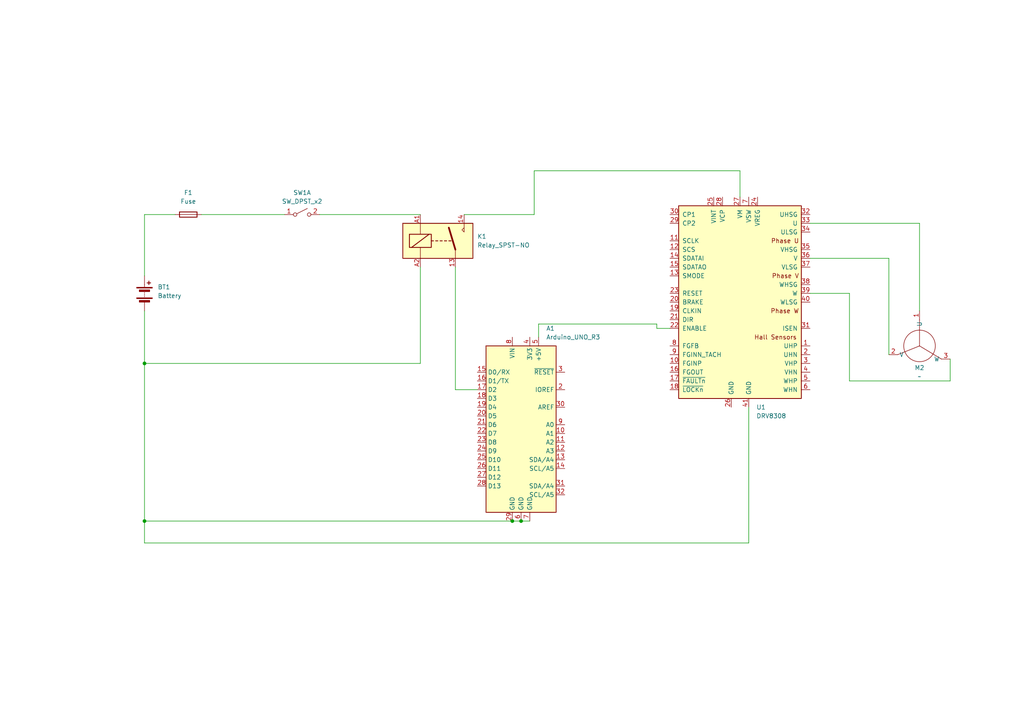
<source format=kicad_sch>
(kicad_sch (version 20231120) (generator "eeschema") (generator_version "8.0")
  (paper "A4")
  (lib_symbols
    (symbol "BLDC motor:BLDC"
      (property "Reference" "M" (at 0 -14.732 0))
      (symbol "BLDC_0_1"
        (circle (center 0 -7.62) (radius 4.5791))
        (polyline (pts (xy 0 -7.62) (xy -6.35 -10.16)))
        (polyline (pts (xy 0 -7.62) (xy 0 0)))
        (polyline (pts (xy 0 -7.62) (xy 6.35 -11.43)))
      )
      (symbol "BLDC_1_1"
        (pin power_out line (at 0 2.54 270) (length 2.54) (name "U") (number "1"))
        (pin power_out line (at -8.89 -10.16 0) (length 2.54) (name "V") (number "2"))
        (pin power_out line (at 8.89 -11.43 180) (length 2.54) (name "W") (number "3"))
      )
    )
    (symbol "Device:Battery" (pin_numbers hide) (pin_names (offset 0) hide)
      (property "Reference" "BT" (at 2.54 2.54 0))
      (property "Value" "Battery" (at 2.54 0 0))
      (symbol "Battery_0_1"
        (rectangle (start -2.286 -1.27) (end 2.286 -1.524) (fill (type outline)))
        (rectangle (start -2.286 1.778) (end 2.286 1.524) (fill (type outline)))
        (rectangle (start -1.524 -2.032) (end 1.524 -2.54) (fill (type outline)))
        (rectangle (start -1.524 1.016) (end 1.524 0.508) (fill (type outline)))
        (polyline (pts (xy 0 -1.016) (xy 0 -0.762)))
        (polyline (pts (xy 0 -0.508) (xy 0 -0.254)))
        (polyline (pts (xy 0 0) (xy 0 0.254)))
        (polyline (pts (xy 0 1.778) (xy 0 2.54)))
        (polyline (pts (xy 0.762 3.048) (xy 1.778 3.048)) (stroke (width 0.254)))
        (polyline (pts (xy 1.27 3.556) (xy 1.27 2.54)) (stroke (width 0.254)))
      )
      (symbol "Battery_1_1"
        (pin passive line (at 0 5.08 270) (length 2.54) (name "+") (number "1"))
        (pin passive line (at 0 -5.08 90) (length 2.54) (name "-") (number "2"))
      )
    )
    (symbol "Device:Fuse" (pin_numbers hide) (pin_names (offset 0))
      (property "Reference" "F" (at 2.032 0 90))
      (property "Value" "Fuse" (at -1.905 0 90))
      (symbol "Fuse_0_1"
        (rectangle (start -0.762 -2.54) (end 0.762 2.54) (stroke (width 0.254)))
        (polyline (pts (xy 0 2.54) (xy 0 -2.54)))
      )
      (symbol "Fuse_1_1"
        (pin passive line (at 0 3.81 270) (length 1.27) (name "~") (number "1"))
        (pin passive line (at 0 -3.81 90) (length 1.27) (name "~") (number "2"))
      )
    )
    (symbol "Driver_Motor:DRV8308" (pin_names (offset 1.016))
      (property "Reference" "U" (at -17.78 36.83 0))
      (property "Value" "DRV8308" (at -17.78 -21.59 0))
      (symbol "DRV8308_0_0"
        (text "Hall Sensors" (at 16.51 -2.54 0) (effects (font (size 1.27 1.27)) (justify right)))
        (text "Phase U" (at 17.145 25.4 0) (effects (font (size 1.27 1.27)) (justify right)))
        (text "Phase V" (at 17.145 15.24 0) (effects (font (size 1.27 1.27)) (justify right)))
        (text "Phase W" (at 17.145 5.08 0) (effects (font (size 1.27 1.27)) (justify right)))
      )
      (symbol "DRV8308_0_1"
        (rectangle (start -17.78 35.56) (end 17.78 -20.32) (stroke (width 0.254)) (fill (type background)))
      )
      (symbol "DRV8308_1_1"
        (pin input line (at 20.32 -5.08 180) (length 2.54) (name "UHP") (number "1"))
        (pin bidirectional line (at -20.32 -10.16 0) (length 2.54) (name "FGINP") (number "10"))
        (pin input line (at -20.32 25.4 0) (length 2.54) (name "SCLK") (number "11"))
        (pin input line (at -20.32 22.86 0) (length 2.54) (name "SCS") (number "12"))
        (pin input line (at -20.32 15.24 0) (length 2.54) (name "SMODE") (number "13"))
        (pin input line (at -20.32 20.32 0) (length 2.54) (name "SDATAI") (number "14"))
        (pin output line (at -20.32 17.78 0) (length 2.54) (name "SDATAO") (number "15"))
        (pin output line (at -20.32 -12.7 0) (length 2.54) (name "FGOUT") (number "16"))
        (pin output line (at -20.32 -15.24 0) (length 2.54) (name "~{FAULTn}") (number "17"))
        (pin output line (at -20.32 -17.78 0) (length 2.54) (name "~{LOCKn}") (number "18"))
        (pin input line (at -20.32 5.08 0) (length 2.54) (name "CLKIN") (number "19"))
        (pin input line (at 20.32 -7.62 180) (length 2.54) (name "UHN") (number "2"))
        (pin input line (at -20.32 7.62 0) (length 2.54) (name "BRAKE") (number "20"))
        (pin input line (at -20.32 2.54 0) (length 2.54) (name "DIR") (number "21"))
        (pin input line (at -20.32 0 0) (length 2.54) (name "ENABLE") (number "22"))
        (pin input line (at -20.32 10.16 0) (length 2.54) (name "RESET") (number "23"))
        (pin power_out line (at 5.08 38.1 270) (length 2.54) (name "VREG") (number "24"))
        (pin passive line (at -7.62 38.1 270) (length 2.54) (name "VINT") (number "25"))
        (pin power_in line (at -2.54 -22.86 90) (length 2.54) (name "GND") (number "26"))
        (pin power_in line (at 0 38.1 270) (length 2.54) (name "VM") (number "27"))
        (pin passive line (at -5.08 38.1 270) (length 2.54) (name "VCP") (number "28"))
        (pin passive line (at -20.32 30.48 0) (length 2.54) (name "CP2") (number "29"))
        (pin input line (at 20.32 -10.16 180) (length 2.54) (name "VHP") (number "3"))
        (pin passive line (at -20.32 33.02 0) (length 2.54) (name "CP1") (number "30"))
        (pin input line (at 20.32 0 180) (length 2.54) (name "ISEN") (number "31"))
        (pin output line (at 20.32 33.02 180) (length 2.54) (name "UHSG") (number "32"))
        (pin input line (at 20.32 30.48 180) (length 2.54) (name "U") (number "33"))
        (pin output line (at 20.32 27.94 180) (length 2.54) (name "ULSG") (number "34"))
        (pin output line (at 20.32 22.86 180) (length 2.54) (name "VHSG") (number "35"))
        (pin input line (at 20.32 20.32 180) (length 2.54) (name "V") (number "36"))
        (pin output line (at 20.32 17.78 180) (length 2.54) (name "VLSG") (number "37"))
        (pin output line (at 20.32 12.7 180) (length 2.54) (name "WHSG") (number "38"))
        (pin input line (at 20.32 10.16 180) (length 2.54) (name "W") (number "39"))
        (pin input line (at 20.32 -12.7 180) (length 2.54) (name "VHN") (number "4"))
        (pin output line (at 20.32 7.62 180) (length 2.54) (name "WLSG") (number "40"))
        (pin power_in line (at 2.54 -22.86 90) (length 2.54) (name "GND") (number "41"))
        (pin input line (at 20.32 -15.24 180) (length 2.54) (name "WHP") (number "5"))
        (pin input line (at 20.32 -17.78 180) (length 2.54) (name "WHN") (number "6"))
        (pin power_out line (at 2.54 38.1 270) (length 2.54) (name "VSW") (number "7"))
        (pin output line (at -20.32 -5.08 0) (length 2.54) (name "FGFB") (number "8"))
        (pin input line (at -20.32 -7.62 0) (length 2.54) (name "FGINN_TACH") (number "9"))
      )
    )
    (symbol "MCU_Module:Arduino_UNO_R3"
      (property "Reference" "A" (at -10.16 23.495 0))
      (property "Value" "Arduino_UNO_R3" (at 5.08 -26.67 0))
      (symbol "Arduino_UNO_R3_0_1"
        (rectangle (start -10.16 22.86) (end 10.16 -25.4) (stroke (width 0.254)) (fill (type background)))
      )
      (symbol "Arduino_UNO_R3_1_1"
        (pin no_connect line (at -10.16 -20.32 0) (length 2.54) hide (name "NC") (number "1"))
        (pin bidirectional line (at 12.7 -2.54 180) (length 2.54) (name "A1") (number "10"))
        (pin bidirectional line (at 12.7 -5.08 180) (length 2.54) (name "A2") (number "11"))
        (pin bidirectional line (at 12.7 -7.62 180) (length 2.54) (name "A3") (number "12"))
        (pin bidirectional line (at 12.7 -10.16 180) (length 2.54) (name "SDA/A4") (number "13"))
        (pin bidirectional line (at 12.7 -12.7 180) (length 2.54) (name "SCL/A5") (number "14"))
        (pin bidirectional line (at -12.7 15.24 0) (length 2.54) (name "D0/RX") (number "15"))
        (pin bidirectional line (at -12.7 12.7 0) (length 2.54) (name "D1/TX") (number "16"))
        (pin bidirectional line (at -12.7 10.16 0) (length 2.54) (name "D2") (number "17"))
        (pin bidirectional line (at -12.7 7.62 0) (length 2.54) (name "D3") (number "18"))
        (pin bidirectional line (at -12.7 5.08 0) (length 2.54) (name "D4") (number "19"))
        (pin output line (at 12.7 10.16 180) (length 2.54) (name "IOREF") (number "2"))
        (pin bidirectional line (at -12.7 2.54 0) (length 2.54) (name "D5") (number "20"))
        (pin bidirectional line (at -12.7 0 0) (length 2.54) (name "D6") (number "21"))
        (pin bidirectional line (at -12.7 -2.54 0) (length 2.54) (name "D7") (number "22"))
        (pin bidirectional line (at -12.7 -5.08 0) (length 2.54) (name "D8") (number "23"))
        (pin bidirectional line (at -12.7 -7.62 0) (length 2.54) (name "D9") (number "24"))
        (pin bidirectional line (at -12.7 -10.16 0) (length 2.54) (name "D10") (number "25"))
        (pin bidirectional line (at -12.7 -12.7 0) (length 2.54) (name "D11") (number "26"))
        (pin bidirectional line (at -12.7 -15.24 0) (length 2.54) (name "D12") (number "27"))
        (pin bidirectional line (at -12.7 -17.78 0) (length 2.54) (name "D13") (number "28"))
        (pin power_in line (at -2.54 -27.94 90) (length 2.54) (name "GND") (number "29"))
        (pin input line (at 12.7 15.24 180) (length 2.54) (name "~{RESET}") (number "3"))
        (pin input line (at 12.7 5.08 180) (length 2.54) (name "AREF") (number "30"))
        (pin bidirectional line (at 12.7 -17.78 180) (length 2.54) (name "SDA/A4") (number "31"))
        (pin bidirectional line (at 12.7 -20.32 180) (length 2.54) (name "SCL/A5") (number "32"))
        (pin power_out line (at 2.54 25.4 270) (length 2.54) (name "3V3") (number "4"))
        (pin power_out line (at 5.08 25.4 270) (length 2.54) (name "+5V") (number "5"))
        (pin power_in line (at 0 -27.94 90) (length 2.54) (name "GND") (number "6"))
        (pin power_in line (at 2.54 -27.94 90) (length 2.54) (name "GND") (number "7"))
        (pin power_in line (at -2.54 25.4 270) (length 2.54) (name "VIN") (number "8"))
        (pin bidirectional line (at 12.7 0 180) (length 2.54) (name "A0") (number "9"))
      )
    )
    (symbol "Relay:Relay_SPST-NO"
      (property "Reference" "K" (at 11.43 3.81 0))
      (property "Value" "Relay_SPST-NO" (at 11.43 1.27 0))
      (symbol "Relay_SPST-NO_0_0"
        (polyline (pts (xy 7.62 5.08) (xy 7.62 2.54) (xy 6.985 3.175) (xy 7.62 3.81)))
      )
      (symbol "Relay_SPST-NO_0_1"
        (rectangle (start -10.16 5.08) (end 10.16 -5.08) (stroke (width 0.254)) (fill (type background)))
        (rectangle (start -8.255 1.905) (end -1.905 -1.905) (stroke (width 0.254)))
        (polyline (pts (xy -7.62 -1.905) (xy -2.54 1.905)) (stroke (width 0.254)))
        (polyline (pts (xy -5.08 -5.08) (xy -5.08 -1.905)))
        (polyline (pts (xy -5.08 5.08) (xy -5.08 1.905)))
        (polyline (pts (xy -1.905 0) (xy -1.27 0)) (stroke (width 0.254)))
        (polyline (pts (xy -0.635 0) (xy 0 0)) (stroke (width 0.254)))
        (polyline (pts (xy 0.635 0) (xy 1.27 0)) (stroke (width 0.254)))
        (polyline (pts (xy 1.905 0) (xy 2.54 0)) (stroke (width 0.254)))
        (polyline (pts (xy 3.175 0) (xy 3.81 0)) (stroke (width 0.254)))
        (polyline (pts (xy 5.08 -2.54) (xy 3.175 3.81)) (stroke (width 0.508)))
        (polyline (pts (xy 5.08 -2.54) (xy 5.08 -5.08)))
      )
      (symbol "Relay_SPST-NO_1_1"
        (pin passive line (at 5.08 -7.62 90) (length 2.54) (name "~") (number "13"))
        (pin passive line (at 7.62 7.62 270) (length 2.54) (name "~") (number "14"))
        (pin passive line (at -5.08 7.62 270) (length 2.54) (name "~") (number "A1"))
        (pin passive line (at -5.08 -7.62 90) (length 2.54) (name "~") (number "A2"))
      )
    )
    (symbol "Switch:SW_DPST_x2" (pin_names (offset 0) hide)
      (property "Reference" "SW" (at 0 3.175 0))
      (property "Value" "SW_DPST_x2" (at 0 -2.54 0))
      (symbol "SW_DPST_x2_0_0"
        (circle (center -2.032 0) (radius 0.508))
        (polyline (pts (xy -1.524 0.254) (xy 1.524 1.778)))
        (circle (center 2.032 0) (radius 0.508))
      )
      (symbol "SW_DPST_x2_1_1"
        (pin passive line (at -5.08 0 0) (length 2.54) (name "A") (number "1"))
        (pin passive line (at 5.08 0 180) (length 2.54) (name "B") (number "2"))
      )
      (symbol "SW_DPST_x2_2_1"
        (pin passive line (at -5.08 0 0) (length 2.54) (name "A") (number "3"))
        (pin passive line (at 5.08 0 180) (length 2.54) (name "B") (number "4"))
      )
    )
  )
  (junction (at 41.91 151.13))
  (junction (at 151.13 151.13))
  (junction (at 41.91 105.41))
  (junction (at 148.59 151.13))
  (wire (pts (xy 275.59 110.49) (xy 246.38 110.49)))
  (wire (pts (xy 132.08 77.47) (xy 132.08 113.03)))
  (wire (pts (xy 154.94 49.53) (xy 154.94 62.23)))
  (wire (pts (xy 234.95 64.77) (xy 266.7 64.77)))
  (wire (pts (xy 148.59 151.13) (xy 41.91 151.13)))
  (wire (pts (xy 41.91 90.17) (xy 41.91 105.41)))
  (wire (pts (xy 214.63 49.53) (xy 154.94 49.53)))
  (wire (pts (xy 121.92 77.47) (xy 121.92 105.41)))
  (wire (pts (xy 156.21 93.98) (xy 190.5 93.98)))
  (wire (pts (xy 134.62 62.23) (xy 154.94 62.23)))
  (wire (pts (xy 156.21 97.79) (xy 156.21 93.98)))
  (wire (pts (xy 41.91 105.41) (xy 41.91 151.13)))
  (wire (pts (xy 41.91 80.01) (xy 41.91 62.23)))
  (wire (pts (xy 151.13 151.13) (xy 148.59 151.13)))
  (wire (pts (xy 275.59 104.14) (xy 275.59 110.49)))
  (wire (pts (xy 266.7 64.77) (xy 266.7 90.17)))
  (wire (pts (xy 217.17 157.48) (xy 41.91 157.48)))
  (wire (pts (xy 246.38 110.49) (xy 246.38 85.09)))
  (wire (pts (xy 214.63 57.15) (xy 214.63 49.53)))
  (wire (pts (xy 92.71 62.23) (xy 121.92 62.23)))
  (wire (pts (xy 41.91 62.23) (xy 50.8 62.23)))
  (wire (pts (xy 190.5 95.25) (xy 194.31 95.25)))
  (wire (pts (xy 41.91 151.13) (xy 41.91 157.48)))
  (wire (pts (xy 257.81 102.87) (xy 257.81 74.93)))
  (wire (pts (xy 58.42 62.23) (xy 82.55 62.23)))
  (wire (pts (xy 121.92 105.41) (xy 41.91 105.41)))
  (wire (pts (xy 217.17 118.11) (xy 217.17 157.48)))
  (wire (pts (xy 190.5 93.98) (xy 190.5 95.25)))
  (wire (pts (xy 132.08 113.03) (xy 138.43 113.03)))
  (wire (pts (xy 153.67 151.13) (xy 151.13 151.13)))
  (wire (pts (xy 257.81 74.93) (xy 234.95 74.93)))
  (wire (pts (xy 246.38 85.09) (xy 234.95 85.09)))
  (symbol (lib_id "Device:Fuse") (at 54.61 62.23 270) (unit 1)
    (property "Reference" "F1" (at 54.61 55.88 90))
    (property "Value" "Fuse" (at 54.61 58.42 90))
    (property "Description" "Fuse" (effects (hide yes)))
  )
  (symbol (lib_id "Relay:Relay_SPST-NO") (at 127 69.85 0) (unit 1)
    (property "Reference" "K1" (at 138.43 68.5799 0) (effects (justify left)))
    (property "Value" "Relay_SPST-NO" (at 138.43 71.1199 0) (effects (justify left)))
    (property "Description" "Relay SPST, Normally Open, EN50005" (effects (hide yes)))
  )
  (symbol (lib_id "MCU_Module:Arduino_UNO_R3") (at 151.13 123.19 0) (unit 1)
    (property "Reference" "A1" (at 158.4041 95.25 0) (effects (justify left)))
    (property "Value" "Arduino_UNO_R3" (at 158.4041 97.79 0) (effects (justify left)))
    (property "Footprint" "Module:Arduino_UNO_R3" (effects (hide yes)))
    (property "Datasheet" "https://www.arduino.cc/en/Main/arduinoBoardUno" (effects (hide yes)))
    (property "Description" "Arduino UNO Microcontroller Module, release 3" (effects (hide yes)))
  )
  (symbol (lib_id "Switch:SW_DPST_x2") (at 87.63 62.23 0) (unit 1)
    (property "Reference" "SW1" (at 87.63 55.88 0))
    (property "Value" "SW_DPST_x2" (at 87.63 58.42 0))
    (property "Description" "Single Pole Single Throw (SPST) switch, separate symbol" (effects (hide yes)))
  )
  (symbol (lib_id "BLDC motor:BLDC") (at 266.7 92.71 0) (unit 1)
    (property "Reference" "M2" (at 266.7 106.68 0))
    (property "Value" "~" (at 266.7 109.22 0))
  )
  (symbol (lib_id "Driver_Motor:DRV8308") (at 214.63 95.25 0) (unit 1)
    (property "Reference" "U1" (at 219.3641 118.11 0) (effects (justify left)))
    (property "Value" "DRV8308" (at 219.3641 120.65 0) (effects (justify left)))
    (property "Footprint" "Package_DFN_QFN:Texas_RHA0040E_VQFN-40-1EP_6x6mm_P0.5mm_EP3.52x2.62mm" (effects (hide yes)))
    (property "Datasheet" "http://www.ti.com/lit/ds/symlink/drv8308.pdf" (effects (hide yes)))
    (property "Description" "Brushless DC motor controller, closed loop, hall sensor inputs, current limiting, SPI interface" (effects (hide yes)))
  )
  (symbol (lib_id "Device:Battery") (at 41.91 85.09 0) (unit 1)
    (property "Reference" "BT1" (at 45.72 83.2484 0) (effects (justify left)))
    (property "Value" "Battery" (at 45.72 85.7884 0) (effects (justify left)))
    (property "Description" "Multiple-cell battery" (effects (hide yes)))
  )
)
</source>
